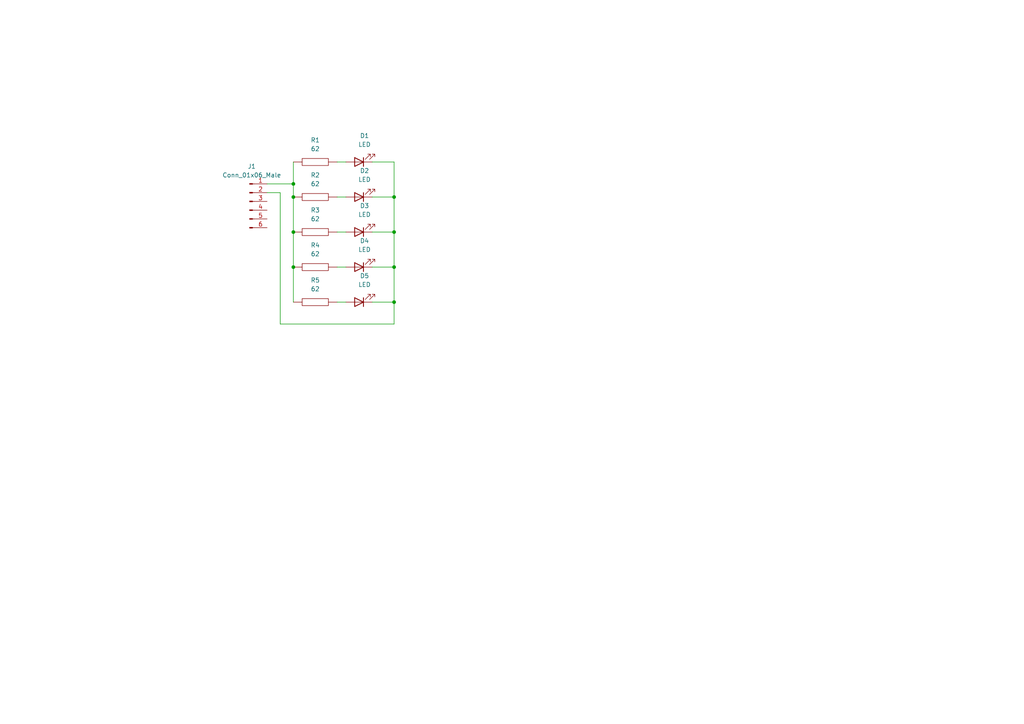
<source format=kicad_sch>
(kicad_sch (version 20211123) (generator eeschema)
  (paper "A4")
  (lib_symbols
    (symbol "Connector:Conn_01x06_Male" (pin_names (offset 1.016) hide)
      (property "Reference" "J" (at 0 7.62 0))
      (property "Value" "Conn_01x06_Male" (at 0 -10.16 0))
      (symbol "Conn_01x06_Male_1_1"
        (polyline (pts (xy 1.27 -7.62) (xy 0.8636 -7.62)) (stroke (width 0.1524)))
        (polyline (pts (xy 1.27 -5.08) (xy 0.8636 -5.08)) (stroke (width 0.1524)))
        (polyline (pts (xy 1.27 -2.54) (xy 0.8636 -2.54)) (stroke (width 0.1524)))
        (polyline (pts (xy 1.27 0) (xy 0.8636 0)) (stroke (width 0.1524)))
        (polyline (pts (xy 1.27 2.54) (xy 0.8636 2.54)) (stroke (width 0.1524)))
        (polyline (pts (xy 1.27 5.08) (xy 0.8636 5.08)) (stroke (width 0.1524)))
        (rectangle (start 0.8636 -7.493) (end 0 -7.747) (stroke (width 0.1524)) (fill (type outline)))
        (rectangle (start 0.8636 -4.953) (end 0 -5.207) (stroke (width 0.1524)) (fill (type outline)))
        (rectangle (start 0.8636 -2.413) (end 0 -2.667) (stroke (width 0.1524)) (fill (type outline)))
        (rectangle (start 0.8636 0.127) (end 0 -0.127) (stroke (width 0.1524)) (fill (type outline)))
        (rectangle (start 0.8636 2.667) (end 0 2.413) (stroke (width 0.1524)) (fill (type outline)))
        (rectangle (start 0.8636 5.207) (end 0 4.953) (stroke (width 0.1524)) (fill (type outline)))
        (pin passive line (at 5.08 5.08 180) (length 3.81) (name "Pin_1") (number "1"))
        (pin passive line (at 5.08 2.54 180) (length 3.81) (name "Pin_2") (number "2"))
        (pin passive line (at 5.08 0 180) (length 3.81) (name "Pin_3") (number "3"))
        (pin passive line (at 5.08 -2.54 180) (length 3.81) (name "Pin_4") (number "4"))
        (pin passive line (at 5.08 -5.08 180) (length 3.81) (name "Pin_5") (number "5"))
        (pin passive line (at 5.08 -7.62 180) (length 3.81) (name "Pin_6") (number "6"))
      )
    )
    (symbol "Device:LED" (pin_numbers hide) (pin_names (offset 1.016) hide)
      (property "Reference" "D" (at 0 2.54 0))
      (property "Value" "LED" (at 0 -2.54 0))
      (symbol "LED_0_1"
        (polyline (pts (xy -1.27 -1.27) (xy -1.27 1.27)) (stroke (width 0.254)))
        (polyline (pts (xy -1.27 0) (xy 1.27 0)))
        (polyline (pts (xy 1.27 -1.27) (xy 1.27 1.27) (xy -1.27 0) (xy 1.27 -1.27)) (stroke (width 0.254)))
        (polyline (pts (xy -3.048 -0.762) (xy -4.572 -2.286) (xy -3.81 -2.286) (xy -4.572 -2.286) (xy -4.572 -1.524)))
        (polyline (pts (xy -1.778 -0.762) (xy -3.302 -2.286) (xy -2.54 -2.286) (xy -3.302 -2.286) (xy -3.302 -1.524)))
      )
      (symbol "LED_1_1"
        (pin passive line (at -3.81 0 0) (length 2.54) (name "K") (number "1"))
        (pin passive line (at 3.81 0 180) (length 2.54) (name "A") (number "2"))
      )
    )
    (symbol "pspice:R" (pin_numbers hide) (pin_names (offset 0))
      (property "Reference" "R" (at 2.032 0 90))
      (property "Value" "R" (at 0 0 90))
      (symbol "R_0_1"
        (rectangle (start -1.016 3.81) (end 1.016 -3.81))
      )
      (symbol "R_1_1"
        (pin passive line (at 0 6.35 270) (length 2.54) (name "~") (number "1"))
        (pin passive line (at 0 -6.35 90) (length 2.54) (name "~") (number "2"))
      )
    )
  )
  (junction (at 85.09 53.34))
  (junction (at 85.09 57.15))
  (junction (at 114.3 57.15))
  (junction (at 114.3 87.63))
  (junction (at 114.3 67.31))
  (junction (at 114.3 77.47))
  (junction (at 85.09 67.31))
  (junction (at 85.09 77.47))
  (wire (pts (xy 97.79 46.99) (xy 100.33 46.99)))
  (wire (pts (xy 97.79 87.63) (xy 100.33 87.63)))
  (wire (pts (xy 77.47 53.34) (xy 85.09 53.34)))
  (wire (pts (xy 107.95 46.99) (xy 114.3 46.99)))
  (wire (pts (xy 114.3 46.99) (xy 114.3 57.15)))
  (wire (pts (xy 77.47 55.88) (xy 81.28 55.88)))
  (wire (pts (xy 97.79 67.31) (xy 100.33 67.31)))
  (wire (pts (xy 114.3 93.98) (xy 81.28 93.98)))
  (wire (pts (xy 114.3 57.15) (xy 114.3 67.31)))
  (wire (pts (xy 97.79 77.47) (xy 100.33 77.47)))
  (wire (pts (xy 107.95 87.63) (xy 114.3 87.63)))
  (wire (pts (xy 107.95 57.15) (xy 114.3 57.15)))
  (wire (pts (xy 114.3 87.63) (xy 114.3 93.98)))
  (wire (pts (xy 85.09 53.34) (xy 85.09 57.15)))
  (wire (pts (xy 107.95 77.47) (xy 114.3 77.47)))
  (wire (pts (xy 107.95 67.31) (xy 114.3 67.31)))
  (wire (pts (xy 85.09 46.99) (xy 85.09 53.34)))
  (wire (pts (xy 85.09 57.15) (xy 85.09 67.31)))
  (wire (pts (xy 97.79 57.15) (xy 100.33 57.15)))
  (wire (pts (xy 114.3 67.31) (xy 114.3 77.47)))
  (wire (pts (xy 85.09 67.31) (xy 85.09 77.47)))
  (wire (pts (xy 81.28 55.88) (xy 81.28 93.98)))
  (wire (pts (xy 85.09 77.47) (xy 85.09 87.63)))
  (wire (pts (xy 114.3 77.47) (xy 114.3 87.63)))
  (symbol (lib_id "Device:LED") (at 104.14 67.31 180) (unit 1)
    (property "Reference" "D3" (at 105.7275 59.69 0))
    (property "Value" "LED" (at 105.7275 62.23 0))
    (property "Footprint" "LED_THT:LED_D3.0mm" (effects hide))
  )
  (symbol (lib_id "pspice:R") (at 91.44 87.63 90) (unit 1)
    (property "Reference" "R5" (at 91.44 81.28 90))
    (property "Value" "62" (at 91.44 83.82 90))
    (property "Footprint" "Resistor_SMD:R_0603_1608Metric" (effects hide))
  )
  (symbol (lib_id "Device:LED") (at 104.14 46.99 180) (unit 1)
    (property "Reference" "D1" (at 105.7275 39.37 0))
    (property "Value" "LED" (at 105.7275 41.91 0))
    (property "Footprint" "LED_THT:LED_D3.0mm" (effects hide))
  )
  (symbol (lib_id "pspice:R") (at 91.44 46.99 90) (unit 1)
    (property "Reference" "R1" (at 91.44 40.64 90))
    (property "Value" "62" (at 91.44 43.18 90))
    (property "Footprint" "Resistor_SMD:R_0603_1608Metric" (effects hide))
  )
  (symbol (lib_id "Connector:Conn_01x06_Male") (at 72.39 58.42 0) (unit 1)
    (property "Reference" "J1" (at 73.025 48.26 0))
    (property "Value" "Conn_01x06_Male" (at 73.025 50.8 0))
    (property "Footprint" "Connector_PinHeader_2.54mm:PinHeader_2x03_P2.54mm_Vertical_SMD" (effects hide))
  )
  (symbol (lib_id "pspice:R") (at 91.44 67.31 90) (unit 1)
    (property "Reference" "R3" (at 91.44 60.96 90))
    (property "Value" "62" (at 91.44 63.5 90))
    (property "Footprint" "Resistor_SMD:R_0603_1608Metric" (effects hide))
  )
  (symbol (lib_id "Device:LED") (at 104.14 87.63 180) (unit 1)
    (property "Reference" "D5" (at 105.7275 80.01 0))
    (property "Value" "LED" (at 105.7275 82.55 0))
    (property "Footprint" "LED_THT:LED_D3.0mm" (effects hide))
  )
  (symbol (lib_id "pspice:R") (at 91.44 77.47 90) (unit 1)
    (property "Reference" "R4" (at 91.44 71.12 90))
    (property "Value" "62" (at 91.44 73.66 90))
    (property "Footprint" "Resistor_SMD:R_0603_1608Metric" (effects hide))
  )
  (symbol (lib_id "pspice:R") (at 91.44 57.15 90) (unit 1)
    (property "Reference" "R2" (at 91.44 50.8 90))
    (property "Value" "62" (at 91.44 53.34 90))
    (property "Footprint" "Resistor_SMD:R_0603_1608Metric" (effects hide))
  )
  (symbol (lib_id "Device:LED") (at 104.14 77.47 180) (unit 1)
    (property "Reference" "D4" (at 105.7275 69.85 0))
    (property "Value" "LED" (at 105.7275 72.39 0))
    (property "Footprint" "LED_THT:LED_D3.0mm" (effects hide))
  )
  (symbol (lib_id "Device:LED") (at 104.14 57.15 180) (unit 1)
    (property "Reference" "D2" (at 105.7275 49.53 0))
    (property "Value" "LED" (at 105.7275 52.07 0))
    (property "Footprint" "LED_THT:LED_D3.0mm" (effects hide))
  )
)
</source>
